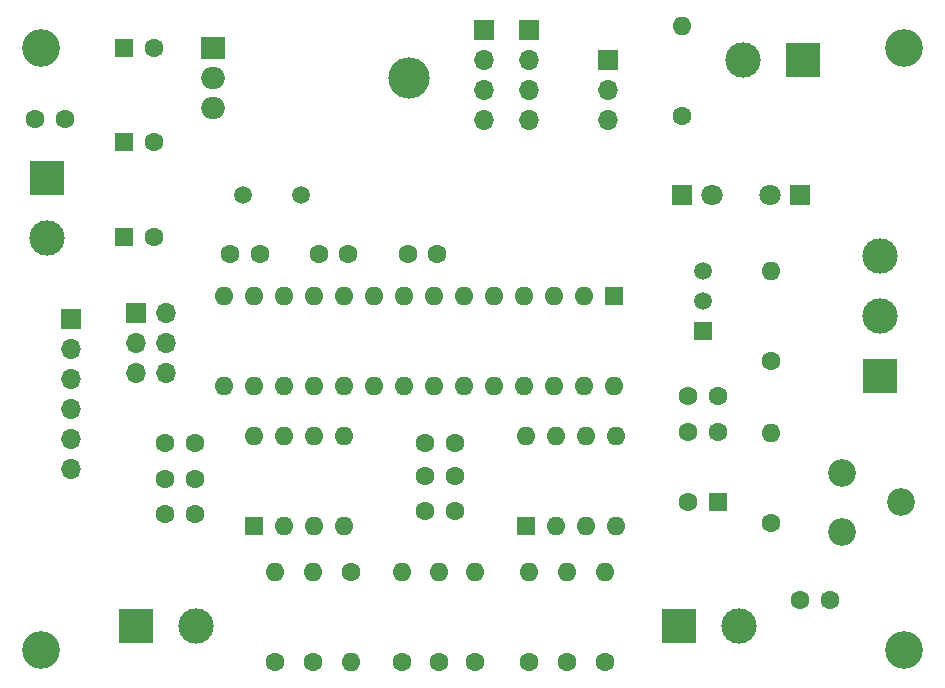
<source format=gbr>
%TF.GenerationSoftware,KiCad,Pcbnew,5.1.9-73d0e3b20d~88~ubuntu20.04.1*%
%TF.CreationDate,2021-01-16T13:56:57+01:00*%
%TF.ProjectId,Horlogemeter,486f726c-6f67-4656-9d65-7465722e6b69,rev?*%
%TF.SameCoordinates,Original*%
%TF.FileFunction,Soldermask,Top*%
%TF.FilePolarity,Negative*%
%FSLAX46Y46*%
G04 Gerber Fmt 4.6, Leading zero omitted, Abs format (unit mm)*
G04 Created by KiCad (PCBNEW 5.1.9-73d0e3b20d~88~ubuntu20.04.1) date 2021-01-16 13:56:57*
%MOMM*%
%LPD*%
G01*
G04 APERTURE LIST*
%ADD10C,3.200000*%
%ADD11O,2.000000X1.905000*%
%ADD12R,2.000000X1.905000*%
%ADD13O,3.500000X3.500000*%
%ADD14C,1.500000*%
%ADD15O,1.600000X1.600000*%
%ADD16R,1.600000X1.600000*%
%ADD17C,2.340000*%
%ADD18C,1.600000*%
%ADD19R,1.500000X1.500000*%
%ADD20O,1.700000X1.700000*%
%ADD21R,1.700000X1.700000*%
%ADD22C,3.000000*%
%ADD23R,3.000000X3.000000*%
%ADD24C,1.800000*%
%ADD25R,1.800000X1.800000*%
G04 APERTURE END LIST*
D10*
%TO.C,REF\u002A\u002A*%
X163000000Y-80000000D03*
%TD*%
%TO.C,REF\u002A\u002A*%
X163000000Y-131000000D03*
%TD*%
%TO.C,REF\u002A\u002A*%
X90000000Y-131000000D03*
%TD*%
%TO.C,REF\u002A\u002A*%
X90000000Y-80000000D03*
%TD*%
D11*
%TO.C,U4*%
X104500000Y-85080000D03*
X104500000Y-82540000D03*
D12*
X104500000Y-80000000D03*
D13*
X121160000Y-82540000D03*
%TD*%
D14*
%TO.C,Y1*%
X112000000Y-92500000D03*
X107100000Y-92500000D03*
%TD*%
D15*
%TO.C,U3*%
X108000000Y-112880000D03*
X115620000Y-120500000D03*
X110540000Y-112880000D03*
X113080000Y-120500000D03*
X113080000Y-112880000D03*
X110540000Y-120500000D03*
X115620000Y-112880000D03*
D16*
X108000000Y-120500000D03*
%TD*%
D15*
%TO.C,U2*%
X131000000Y-112880000D03*
X138620000Y-120500000D03*
X133540000Y-112880000D03*
X136080000Y-120500000D03*
X136080000Y-112880000D03*
X133540000Y-120500000D03*
X138620000Y-112880000D03*
D16*
X131000000Y-120500000D03*
%TD*%
D15*
%TO.C,U1*%
X138500000Y-108620000D03*
X105480000Y-101000000D03*
X135960000Y-108620000D03*
X108020000Y-101000000D03*
X133420000Y-108620000D03*
X110560000Y-101000000D03*
X130880000Y-108620000D03*
X113100000Y-101000000D03*
X128340000Y-108620000D03*
X115640000Y-101000000D03*
X125800000Y-108620000D03*
X118180000Y-101000000D03*
X123260000Y-108620000D03*
X120720000Y-101000000D03*
X120720000Y-108620000D03*
X123260000Y-101000000D03*
X118180000Y-108620000D03*
X125800000Y-101000000D03*
X115640000Y-108620000D03*
X128340000Y-101000000D03*
X113100000Y-108620000D03*
X130880000Y-101000000D03*
X110560000Y-108620000D03*
X133420000Y-101000000D03*
X108020000Y-108620000D03*
X135960000Y-101000000D03*
X105480000Y-108620000D03*
D16*
X138500000Y-101000000D03*
%TD*%
D17*
%TO.C,RV1*%
X157750000Y-121000000D03*
X162750000Y-118500000D03*
X157750000Y-116000000D03*
%TD*%
D15*
%TO.C,R12*%
X151750000Y-98930000D03*
D18*
X151750000Y-106550000D03*
%TD*%
D15*
%TO.C,R11*%
X151750000Y-112630000D03*
D18*
X151750000Y-120250000D03*
%TD*%
D15*
%TO.C,R10*%
X144250000Y-78130000D03*
D18*
X144250000Y-85750000D03*
%TD*%
D15*
%TO.C,R9*%
X137750000Y-124380000D03*
D18*
X137750000Y-132000000D03*
%TD*%
D15*
%TO.C,R8*%
X134500000Y-124380000D03*
D18*
X134500000Y-132000000D03*
%TD*%
D15*
%TO.C,R7*%
X131250000Y-124380000D03*
D18*
X131250000Y-132000000D03*
%TD*%
D15*
%TO.C,R6*%
X126750000Y-124380000D03*
D18*
X126750000Y-132000000D03*
%TD*%
D15*
%TO.C,R5*%
X123650000Y-124380000D03*
D18*
X123650000Y-132000000D03*
%TD*%
D15*
%TO.C,R4*%
X120500000Y-124380000D03*
D18*
X120500000Y-132000000D03*
%TD*%
D15*
%TO.C,R3*%
X116250000Y-132020000D03*
D18*
X116250000Y-124400000D03*
%TD*%
D15*
%TO.C,R2*%
X113000000Y-124380000D03*
D18*
X113000000Y-132000000D03*
%TD*%
D15*
%TO.C,R1*%
X109750000Y-124380000D03*
D18*
X109750000Y-132000000D03*
%TD*%
D19*
%TO.C,Q1*%
X146000000Y-104000000D03*
D14*
X146000000Y-98920000D03*
X146000000Y-101460000D03*
%TD*%
D20*
%TO.C,J10*%
X131250000Y-86120000D03*
X131250000Y-83580000D03*
X131250000Y-81040000D03*
D21*
X131250000Y-78500000D03*
%TD*%
D20*
%TO.C,J9*%
X127500000Y-86120000D03*
X127500000Y-83580000D03*
X127500000Y-81040000D03*
D21*
X127500000Y-78500000D03*
%TD*%
D22*
%TO.C,J8*%
X149420000Y-81000000D03*
D23*
X154500000Y-81000000D03*
%TD*%
D20*
%TO.C,J7*%
X92500000Y-115700000D03*
X92500000Y-113160000D03*
X92500000Y-110620000D03*
X92500000Y-108080000D03*
X92500000Y-105540000D03*
D21*
X92500000Y-103000000D03*
%TD*%
D22*
%TO.C,J6*%
X161000000Y-97590000D03*
X161000000Y-102670000D03*
D23*
X161000000Y-107750000D03*
%TD*%
D22*
%TO.C,J5*%
X149080000Y-129000000D03*
D23*
X144000000Y-129000000D03*
%TD*%
D22*
%TO.C,J4*%
X90500000Y-96080000D03*
D23*
X90500000Y-91000000D03*
%TD*%
D22*
%TO.C,J3*%
X103080000Y-129000000D03*
D23*
X98000000Y-129000000D03*
%TD*%
D20*
%TO.C,J2*%
X100540000Y-107580000D03*
X98000000Y-107580000D03*
X100540000Y-105040000D03*
X98000000Y-105040000D03*
X100540000Y-102500000D03*
D21*
X98000000Y-102500000D03*
%TD*%
D20*
%TO.C,J1*%
X138000000Y-86080000D03*
X138000000Y-83540000D03*
D21*
X138000000Y-81000000D03*
%TD*%
D24*
%TO.C,D2*%
X151710000Y-92500000D03*
D25*
X154250000Y-92500000D03*
%TD*%
D24*
%TO.C,D1*%
X146790000Y-92500000D03*
D25*
X144250000Y-92500000D03*
%TD*%
D18*
%TO.C,C17*%
X147250000Y-112500000D03*
X144750000Y-112500000D03*
%TD*%
%TO.C,C16*%
X144750000Y-118500000D03*
D16*
X147250000Y-118500000D03*
%TD*%
D18*
%TO.C,C15*%
X99500000Y-88000000D03*
D16*
X97000000Y-88000000D03*
%TD*%
D18*
%TO.C,C14*%
X154250000Y-126750000D03*
X156750000Y-126750000D03*
%TD*%
%TO.C,C13*%
X122500000Y-119250000D03*
X125000000Y-119250000D03*
%TD*%
%TO.C,C12*%
X99500000Y-80000000D03*
D16*
X97000000Y-80000000D03*
%TD*%
D18*
%TO.C,C11*%
X125000000Y-116250000D03*
X122500000Y-116250000D03*
%TD*%
%TO.C,C10*%
X122500000Y-113500000D03*
X125000000Y-113500000D03*
%TD*%
%TO.C,C9*%
X92000000Y-86000000D03*
X89500000Y-86000000D03*
%TD*%
%TO.C,C8*%
X103000000Y-119500000D03*
X100500000Y-119500000D03*
%TD*%
%TO.C,C7*%
X147250000Y-109500000D03*
X144750000Y-109500000D03*
%TD*%
%TO.C,C6*%
X100500000Y-116500000D03*
X103000000Y-116500000D03*
%TD*%
%TO.C,C5*%
X116000000Y-97500000D03*
X113500000Y-97500000D03*
%TD*%
%TO.C,C4*%
X103000000Y-113500000D03*
X100500000Y-113500000D03*
%TD*%
%TO.C,C3*%
X108500000Y-97500000D03*
X106000000Y-97500000D03*
%TD*%
%TO.C,C2*%
X99500000Y-96000000D03*
D16*
X97000000Y-96000000D03*
%TD*%
D18*
%TO.C,C1*%
X121000000Y-97500000D03*
X123500000Y-97500000D03*
%TD*%
M02*

</source>
